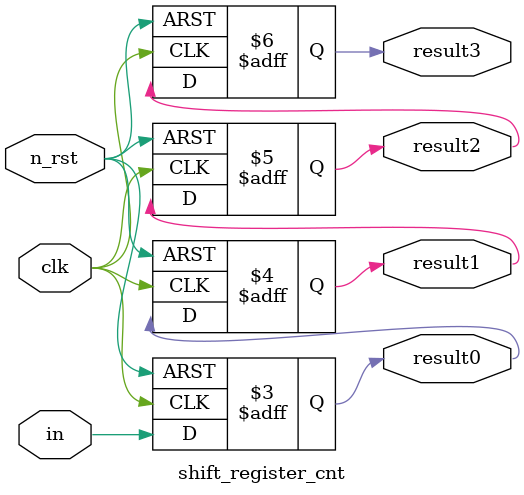
<source format=v>
module shift_register_cnt(
    clk,
    n_rst,
    in,
    result0,
    result1,
    result2,
    result3,
);

input clk;
input n_rst;
input in;

output reg result0;
output reg result1;
output reg result2;
output reg result3;

always@(posedge clk or negedge n_rst) begin
    if(!n_rst) begin
        result0 <= 1'b0;
        result1 <= 1'b0;
        result2 <= 1'b0;
        result3 <= 1'b0;
    end
    else begin
        result0 <= in;
        result1 <= result0;
        result2 <= result1;
        result3 <= result2;
    end
end

endmodule
</source>
